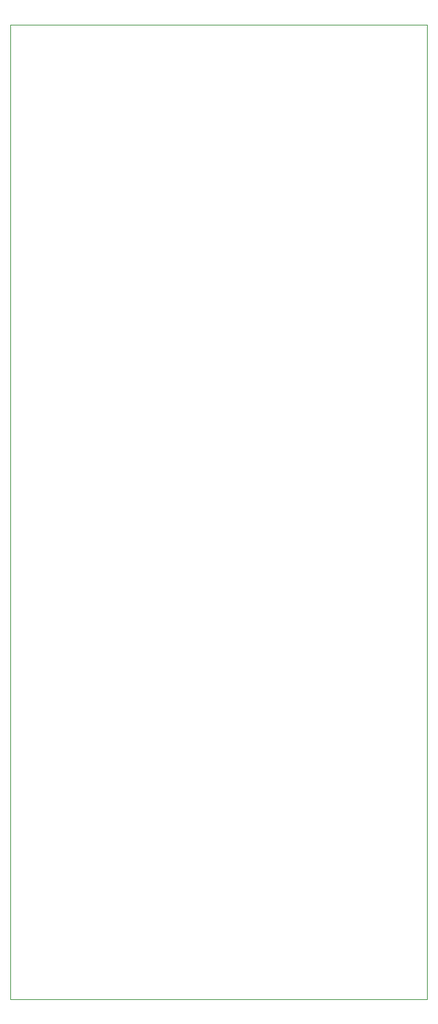
<source format=gbr>
%TF.GenerationSoftware,KiCad,Pcbnew,9.0.7*%
%TF.CreationDate,2026-02-28T16:38:49+05:30*%
%TF.ProjectId,E205 AVR Board design IPD task 1,45323035-2041-4565-9220-426f61726420,rev?*%
%TF.SameCoordinates,Original*%
%TF.FileFunction,Profile,NP*%
%FSLAX46Y46*%
G04 Gerber Fmt 4.6, Leading zero omitted, Abs format (unit mm)*
G04 Created by KiCad (PCBNEW 9.0.7) date 2026-02-28 16:38:49*
%MOMM*%
%LPD*%
G01*
G04 APERTURE LIST*
%TA.AperFunction,Profile*%
%ADD10C,0.050000*%
%TD*%
G04 APERTURE END LIST*
D10*
X73090000Y-34990000D02*
X124390000Y-34990000D01*
X124390000Y-154990000D01*
X73090000Y-154990000D01*
X73090000Y-34990000D01*
M02*

</source>
